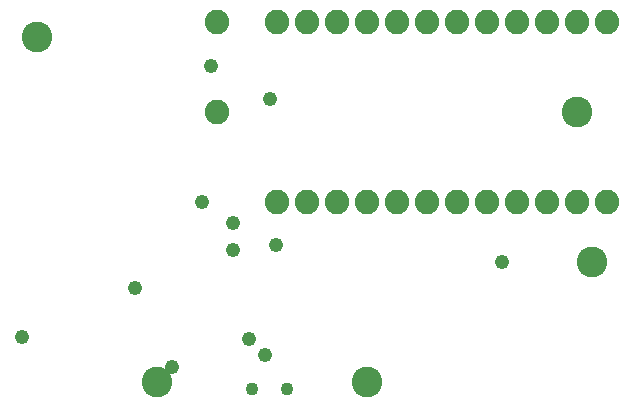
<source format=gbs>
G75*
%MOIN*%
%OFA0B0*%
%FSLAX25Y25*%
%IPPOS*%
%LPD*%
%AMOC8*
5,1,8,0,0,1.08239X$1,22.5*
%
%ADD10C,0.08200*%
%ADD11C,0.04343*%
%ADD12C,0.04800*%
%ADD13C,0.04762*%
%ADD14C,0.10249*%
D10*
X0133244Y0078217D03*
X0143244Y0078217D03*
X0153244Y0078217D03*
X0163244Y0078217D03*
X0173244Y0078217D03*
X0183244Y0078217D03*
X0193244Y0078217D03*
X0203244Y0078217D03*
X0213244Y0078217D03*
X0223244Y0078217D03*
X0233244Y0078217D03*
X0243244Y0078217D03*
X0243244Y0138217D03*
X0233244Y0138217D03*
X0223244Y0138217D03*
X0213244Y0138217D03*
X0203244Y0138217D03*
X0193244Y0138217D03*
X0183244Y0138217D03*
X0173244Y0138217D03*
X0163244Y0138217D03*
X0153244Y0138217D03*
X0143244Y0138217D03*
X0133244Y0138217D03*
X0113244Y0138217D03*
X0113244Y0108217D03*
D11*
X0124839Y0015717D03*
X0136650Y0015717D03*
D12*
X0129144Y0027117D03*
X0123744Y0032517D03*
X0085944Y0049617D03*
X0118344Y0062217D03*
X0118344Y0071217D03*
X0132744Y0064017D03*
X0130944Y0112617D03*
X0111144Y0123417D03*
D13*
X0048244Y0033217D03*
X0098244Y0023217D03*
X0108244Y0078217D03*
X0208244Y0058217D03*
D14*
X0238244Y0058217D03*
X0163244Y0018217D03*
X0093244Y0018217D03*
X0233244Y0108217D03*
X0053244Y0133217D03*
M02*

</source>
